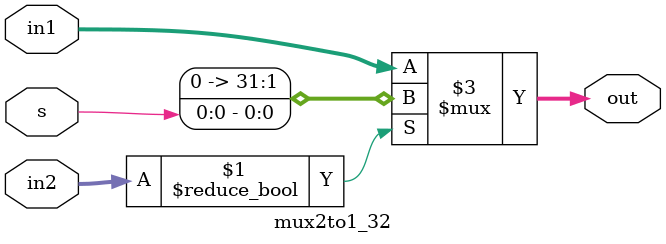
<source format=v>
module mux2to1_32(in1,in2,s,out);
input [31:0] in1;
input [31:0] in2;
input s;
output [31:0] out;

assign out = in2 ? s : in1;
   
endmodule
</source>
